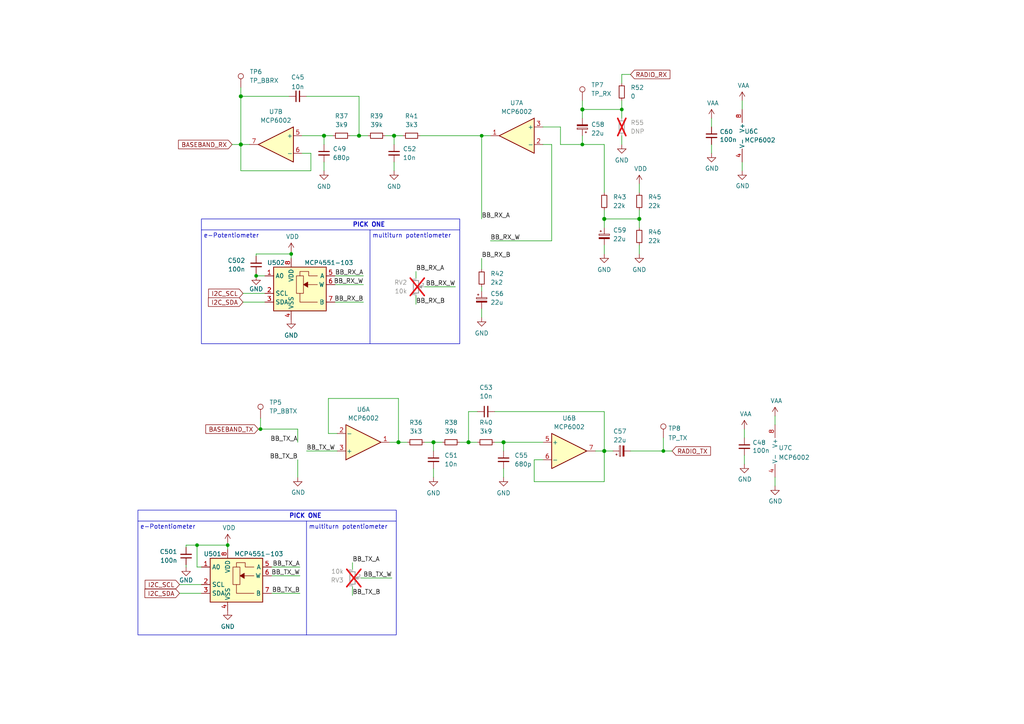
<source format=kicad_sch>
(kicad_sch (version 20230121) (generator eeschema)
  (paper "A4")
  (title_block (title "Module17") (date "2023-12-06") (rev "Rev 0.99") (company "M17Project") (comment 1 "Morgan ON4MOD") (comment 2 "Mathis - DB9MAT") (comment 3 "Wojciech - SP5WWP"))
  (lib_symbols
    (symbol "Amplifier_Operational:MCP602" (pin_names (offset 0.127))
      (property "Reference" "U" (at 0 5.08 0))
      (property "Value" "MCP602" (at 0 -5.08 0))
      (symbol "MCP602_1_1"
        (polyline (pts (xy -5.08 5.08) (xy 5.08 0) (xy -5.08 -5.08) (xy -5.08 5.08)) (stroke (width 0.254)) (fill (type background)))
        (pin output line (at 7.62 0 180) (length 2.54) (name "~") (number "1"))
        (pin input line (at -7.62 -2.54 0) (length 2.54) (name "-") (number "2"))
        (pin input line (at -7.62 2.54 0) (length 2.54) (name "+") (number "3"))
      )
      (symbol "MCP602_2_1"
        (polyline (pts (xy -5.08 5.08) (xy 5.08 0) (xy -5.08 -5.08) (xy -5.08 5.08)) (stroke (width 0.254)) (fill (type background)))
        (pin input line (at -7.62 2.54 0) (length 2.54) (name "+") (number "5"))
        (pin input line (at -7.62 -2.54 0) (length 2.54) (name "-") (number "6"))
        (pin output line (at 7.62 0 180) (length 2.54) (name "~") (number "7"))
      )
      (symbol "MCP602_3_1"
        (pin power_in line (at -2.54 -7.62 90) (length 3.81) (name "V-") (number "4"))
        (pin power_in line (at -2.54 7.62 270) (length 3.81) (name "V+") (number "8"))
      )
    )
    (symbol "Connector:TestPoint" (pin_numbers hide) (pin_names (offset 0.762) hide)
      (property "Reference" "TP" (at 0 6.858 0))
      (property "Value" "TestPoint" (at 0 5.08 0))
      (symbol "TestPoint_0_1"
        (circle (center 0 3.302) (radius 0.762))
      )
      (symbol "TestPoint_1_1"
        (pin passive line (at 0 0 90) (length 2.54) (name "1") (number "1"))
      )
    )
    (symbol "Device:C_Polarized_Small" (pin_numbers hide) (pin_names (offset 0.254) hide)
      (property "Reference" "C" (at 0.254 1.778 0))
      (property "Value" "C_Polarized_Small" (at 0.254 -2.032 0))
      (symbol "C_Polarized_Small_0_1"
        (rectangle (start -1.524 -0.3048) (end 1.524 -0.6858) (fill (type outline)))
        (rectangle (start -1.524 0.6858) (end 1.524 0.3048))
        (polyline (pts (xy -1.27 1.524) (xy -0.762 1.524)))
        (polyline (pts (xy -1.016 1.27) (xy -1.016 1.778)))
      )
      (symbol "C_Polarized_Small_1_1"
        (pin passive line (at 0 2.54 270) (length 1.8542) (name "~") (number "1"))
        (pin passive line (at 0 -2.54 90) (length 1.8542) (name "~") (number "2"))
      )
    )
    (symbol "Device:C_Small" (pin_numbers hide) (pin_names (offset 0.254) hide)
      (property "Reference" "C" (at 0.254 1.778 0))
      (property "Value" "C_Small" (at 0.254 -2.032 0))
      (symbol "C_Small_0_1"
        (polyline (pts (xy -1.524 -0.508) (xy 1.524 -0.508)) (stroke (width 0.3302)))
        (polyline (pts (xy -1.524 0.508) (xy 1.524 0.508)) (stroke (width 0.3048)))
      )
      (symbol "C_Small_1_1"
        (pin passive line (at 0 2.54 270) (length 2.032) (name "~") (number "1"))
        (pin passive line (at 0 -2.54 90) (length 2.032) (name "~") (number "2"))
      )
    )
    (symbol "Device:R_Potentiometer_Small" (pin_names (offset 1.016) hide)
      (property "Reference" "RV" (at -4.445 0 90))
      (property "Value" "R_Potentiometer_Small" (at -2.54 0 90))
      (symbol "R_Potentiometer_Small_0_1"
        (polyline (pts (xy 0.889 0) (xy 0.635 0) (xy 1.651 0.381) (xy 1.651 -0.381) (xy 0.635 0) (xy 0.889 0)) (fill (type outline)))
        (rectangle (start 0.762 1.8034) (end -0.762 -1.8034) (stroke (width 0.254)))
      )
      (symbol "R_Potentiometer_Small_1_1"
        (pin passive line (at 0 2.54 270) (length 0.635) (name "1") (number "1"))
        (pin passive line (at 2.54 0 180) (length 0.9906) (name "2") (number "2"))
        (pin passive line (at 0 -2.54 90) (length 0.635) (name "3") (number "3"))
      )
    )
    (symbol "Device:R_Small" (pin_numbers hide) (pin_names (offset 0.254) hide)
      (property "Reference" "R" (at 0.762 0.508 0))
      (property "Value" "R_Small" (at 0.762 -1.016 0))
      (symbol "R_Small_0_1"
        (rectangle (start -0.762 1.778) (end 0.762 -1.778) (stroke (width 0.2032)))
      )
      (symbol "R_Small_1_1"
        (pin passive line (at 0 2.54 270) (length 0.762) (name "~") (number "1"))
        (pin passive line (at 0 -2.54 90) (length 0.762) (name "~") (number "2"))
      )
    )
    (symbol "M17_misc_active:MCP455x"
      (property "Reference" "U" (at 0 1.27 0))
      (property "Value" "MCP455x" (at 8.89 1.27 0))
      (symbol "MCP455x_0_1"
        (polyline (pts (xy 7.62 -7.62) (xy 7.62 -10.16) (xy 12.7 -10.16)))
        (polyline (pts (xy 12.7 -5.08) (xy 11.43 -5.08) (xy 8.89 -5.08)))
        (polyline (pts (xy 12.7 -2.54) (xy 10.16 -2.54) (xy 10.16 -1.27) (xy 7.62 -1.27) (xy 7.62 -2.54)))
      )
      (symbol "MCP455x_1_1"
        (polyline (pts (xy 9.906 -5.842) (xy 9.906 -4.318) (xy 8.636 -5.08) (xy 9.906 -5.842)) (fill (type outline)))
        (rectangle (start 0 0) (end 15.24 -12.7) (stroke (width 0.254)) (fill (type background)))
        (rectangle (start 8.636 -7.62) (end 6.604 -2.54))
        (pin input line (at -2.54 -2.54 0) (length 2.54) (name "A0") (number "1"))
        (pin input line (at -2.54 -7.62 0) (length 2.54) (name "SCL") (number "2"))
        (pin input line (at -2.54 -10.16 0) (length 2.54) (name "SDA") (number "3"))
        (pin power_in line (at 5.08 -15.24 90) (length 2.54) (name "VSS") (number "4"))
        (pin passive line (at 17.78 -2.54 180) (length 2.54) (name "A") (number "5"))
        (pin passive line (at 17.78 -5.08 180) (length 2.54) (name "W") (number "6"))
        (pin passive line (at 17.78 -10.16 180) (length 2.54) (name "B") (number "7"))
        (pin power_in line (at 5.08 2.54 270) (length 2.54) (name "VDD") (number "8"))
      )
    )
    (symbol "power:GND" (power) (pin_names (offset 0))
      (property "Value" "GND" (at 0 -3.81 0))
      (symbol "GND_0_1"
        (polyline (pts (xy 0 0) (xy 0 -1.27) (xy 1.27 -1.27) (xy 0 -2.54) (xy -1.27 -1.27) (xy 0 -1.27)))
      )
      (symbol "GND_1_1"
        (pin power_in line (at 0 0 270) (length 0) hide (name "GND") (number "1"))
      )
    )
    (symbol "power:VAA" (power) (pin_names (offset 0))
      (property "Value" "VAA" (at 0 3.81 0))
      (symbol "VAA_0_1"
        (polyline (pts (xy -0.762 1.27) (xy 0 2.54)))
        (polyline (pts (xy 0 0) (xy 0 2.54)))
        (polyline (pts (xy 0 2.54) (xy 0.762 1.27)))
      )
      (symbol "VAA_1_1"
        (pin power_in line (at 0 0 90) (length 0) hide (name "VAA") (number "1"))
      )
    )
    (symbol "power:VDD" (power) (pin_names (offset 0))
      (property "Value" "VDD" (at 0 3.81 0))
      (symbol "VDD_0_1"
        (polyline (pts (xy -0.762 1.27) (xy 0 2.54)))
        (polyline (pts (xy 0 0) (xy 0 2.54)))
        (polyline (pts (xy 0 2.54) (xy 0.762 1.27)))
      )
      (symbol "VDD_1_1"
        (pin power_in line (at 0 0 90) (length 0) hide (name "VDD") (number "1"))
      )
    )
  )
  (junction (at 115.57 128.27) (diameter 1.016))
  (junction (at 175.26 130.81) (diameter 1.016))
  (junction (at 57.15 158.115))
  (junction (at 192.405 130.81))
  (junction (at 168.91 41.91))
  (junction (at 168.91 31.75) (diameter 1.016))
  (junction (at 69.85 27.94) (diameter 1.016))
  (junction (at 125.73 128.27) (diameter 1.016))
  (junction (at 93.98 39.37) (diameter 1.016))
  (junction (at 180.34 31.75))
  (junction (at 175.26 63.5) (diameter 1.016))
  (junction (at 74.295 80.01))
  (junction (at 139.7 39.37))
  (junction (at 75.565 124.46))
  (junction (at 146.05 128.27) (diameter 1.016))
  (junction (at 114.3 39.37) (diameter 1.016))
  (junction (at 185.42 63.5) (diameter 1.016))
  (junction (at 84.455 73.66))
  (junction (at 135.89 128.27) (diameter 1.016))
  (junction (at 66.04 158.115))
  (junction (at 104.14 39.37) (diameter 1.016))
  (junction (at 69.85 41.91) (diameter 1.016))
  (wire (pts (xy 180.34 39.37) (xy 180.34 41.91)))
  (wire (pts (xy 185.42 60.96) (xy 185.42 63.5)))
  (wire (pts (xy 175.26 71.12) (xy 175.26 73.66)))
  (wire (pts (xy 66.04 158.115) (xy 66.04 159.385)))
  (wire (pts (xy 182.88 130.81) (xy 192.405 130.81)))
  (wire (pts (xy 175.26 119.38) (xy 175.26 130.81)))
  (wire (pts (xy 74.295 80.01) (xy 76.835 80.01)))
  (wire (pts (xy 70.485 85.09) (xy 76.835 85.09)))
  (wire (pts (xy 168.91 31.75) (xy 180.34 31.75)))
  (wire (pts (xy 67.31 41.91) (xy 69.85 41.91)))
  (wire (pts (xy 53.975 158.115) (xy 53.975 158.75)))
  (wire (pts (xy 146.05 135.89) (xy 146.05 138.43)))
  (wire (pts (xy 101.6 39.37) (xy 104.14 39.37)))
  (wire (pts (xy 93.98 39.37) (xy 93.98 41.91)))
  (wire (pts (xy 157.48 36.83) (xy 162.56 36.83)))
  (wire (pts (xy 224.79 138.43) (xy 224.79 140.97)))
  (wire (pts (xy 93.98 39.37) (xy 96.52 39.37)))
  (wire (pts (xy 142.24 69.85) (xy 160.02 69.85)))
  (wire (pts (xy 139.7 39.37) (xy 139.7 63.5)))
  (wire (pts (xy 84.455 73.66) (xy 84.455 74.93)))
  (wire (pts (xy 75.565 124.46) (xy 75.565 121.285)))
  (wire (pts (xy 74.295 73.66) (xy 84.455 73.66)))
  (wire (pts (xy 175.26 63.5) (xy 185.42 63.5)))
  (wire (pts (xy 90.17 44.45) (xy 87.63 44.45)))
  (wire (pts (xy 133.35 128.27) (xy 135.89 128.27)))
  (wire (pts (xy 87.63 39.37) (xy 93.98 39.37)))
  (wire (pts (xy 215.9 132.08) (xy 215.9 134.62)))
  (wire (pts (xy 53.975 163.83) (xy 53.975 164.465)))
  (wire (pts (xy 224.79 120.65) (xy 224.79 123.19)))
  (wire (pts (xy 168.91 29.21) (xy 168.91 31.75)))
  (wire (pts (xy 102.235 172.72) (xy 102.235 170.18)))
  (wire (pts (xy 143.51 128.27) (xy 146.05 128.27)))
  (wire (pts (xy 78.74 164.465) (xy 86.995 164.465)))
  (wire (pts (xy 74.295 73.66) (xy 74.295 74.295)))
  (wire (pts (xy 66.04 157.48) (xy 66.04 158.115)))
  (wire (pts (xy 120.65 78.74) (xy 120.65 80.645)))
  (wire (pts (xy 70.485 87.63) (xy 76.835 87.63)))
  (wire (pts (xy 143.51 119.38) (xy 175.26 119.38)))
  (wire (pts (xy 74.93 124.46) (xy 75.565 124.46)))
  (polyline (pts (xy 58.42 66.675) (xy 133.35 66.675)))
  (wire (pts (xy 97.155 87.63) (xy 105.41 87.63)))
  (wire (pts (xy 175.26 139.7) (xy 175.26 130.81)))
  (wire (pts (xy 185.42 71.12) (xy 185.42 73.66)))
  (wire (pts (xy 125.73 135.89) (xy 125.73 138.43)))
  (wire (pts (xy 102.235 163.195) (xy 102.235 165.1)))
  (wire (pts (xy 206.375 34.29) (xy 206.375 36.83)))
  (wire (pts (xy 57.15 158.115) (xy 57.15 164.465)))
  (polyline (pts (xy 40.005 151.13) (xy 114.935 151.13)))
  (wire (pts (xy 162.56 36.83) (xy 162.56 41.91)))
  (wire (pts (xy 88.9 27.94) (xy 104.14 27.94)))
  (wire (pts (xy 121.92 39.37) (xy 139.7 39.37)))
  (wire (pts (xy 175.26 63.5) (xy 175.26 66.04)))
  (polyline (pts (xy 107.315 66.675) (xy 107.315 99.695)))
  (wire (pts (xy 115.57 115.57) (xy 115.57 128.27)))
  (wire (pts (xy 74.295 79.375) (xy 74.295 80.01)))
  (wire (pts (xy 104.14 39.37) (xy 106.68 39.37)))
  (wire (pts (xy 114.3 39.37) (xy 116.84 39.37)))
  (wire (pts (xy 135.89 128.27) (xy 135.89 119.38)))
  (wire (pts (xy 69.85 49.53) (xy 90.17 49.53)))
  (wire (pts (xy 95.25 115.57) (xy 115.57 115.57)))
  (wire (pts (xy 95.25 125.73) (xy 95.25 115.57)))
  (wire (pts (xy 113.665 167.64) (xy 104.775 167.64)))
  (wire (pts (xy 175.26 130.81) (xy 172.72 130.81)))
  (wire (pts (xy 104.14 27.94) (xy 104.14 39.37)))
  (wire (pts (xy 185.42 53.34) (xy 185.42 55.88)))
  (wire (pts (xy 175.26 41.91) (xy 175.26 55.88)))
  (wire (pts (xy 180.34 29.21) (xy 180.34 31.75)))
  (wire (pts (xy 78.74 167.005) (xy 86.995 167.005)))
  (wire (pts (xy 168.91 41.91) (xy 168.91 39.37)))
  (wire (pts (xy 206.375 41.91) (xy 206.375 44.45)))
  (wire (pts (xy 139.7 39.37) (xy 142.24 39.37)))
  (wire (pts (xy 97.155 80.01) (xy 105.41 80.01)))
  (wire (pts (xy 135.89 119.38) (xy 138.43 119.38)))
  (wire (pts (xy 175.26 41.91) (xy 168.91 41.91)))
  (wire (pts (xy 175.26 60.96) (xy 175.26 63.5)))
  (wire (pts (xy 86.36 133.35) (xy 86.36 138.43)))
  (wire (pts (xy 125.73 128.27) (xy 125.73 130.81)))
  (wire (pts (xy 132.08 83.185) (xy 123.19 83.185)))
  (wire (pts (xy 84.455 73.025) (xy 84.455 73.66)))
  (wire (pts (xy 192.405 130.81) (xy 194.945 130.81)))
  (wire (pts (xy 114.3 46.99) (xy 114.3 49.53)))
  (wire (pts (xy 160.02 41.91) (xy 157.48 41.91)))
  (wire (pts (xy 97.155 82.55) (xy 105.41 82.55)))
  (wire (pts (xy 160.02 41.91) (xy 160.02 69.85)))
  (wire (pts (xy 168.91 34.29) (xy 168.91 31.75)))
  (wire (pts (xy 125.73 128.27) (xy 128.27 128.27)))
  (wire (pts (xy 90.17 49.53) (xy 90.17 44.45)))
  (wire (pts (xy 97.79 125.73) (xy 95.25 125.73)))
  (wire (pts (xy 88.9 130.81) (xy 97.79 130.81)))
  (wire (pts (xy 86.36 128.27) (xy 86.36 124.46)))
  (wire (pts (xy 57.15 164.465) (xy 58.42 164.465)))
  (wire (pts (xy 93.98 46.99) (xy 93.98 49.53)))
  (wire (pts (xy 115.57 128.27) (xy 118.11 128.27)))
  (wire (pts (xy 215.265 29.21) (xy 215.265 31.75)))
  (wire (pts (xy 175.26 130.81) (xy 177.8 130.81)))
  (wire (pts (xy 57.15 158.115) (xy 66.04 158.115)))
  (wire (pts (xy 154.94 133.35) (xy 154.94 139.7)))
  (wire (pts (xy 182.88 21.59) (xy 180.34 21.59)))
  (wire (pts (xy 69.85 41.91) (xy 69.85 49.53)))
  (wire (pts (xy 114.3 39.37) (xy 114.3 41.91)))
  (wire (pts (xy 215.265 49.53) (xy 215.265 46.99)))
  (wire (pts (xy 75.565 124.46) (xy 86.36 124.46)))
  (wire (pts (xy 192.405 127) (xy 192.405 130.81)))
  (wire (pts (xy 146.05 128.27) (xy 157.48 128.27)))
  (wire (pts (xy 78.74 172.085) (xy 86.995 172.085)))
  (wire (pts (xy 53.975 158.115) (xy 57.15 158.115)))
  (polyline (pts (xy 88.9 151.13) (xy 88.9 184.15)))
  (wire (pts (xy 52.07 169.545) (xy 58.42 169.545)))
  (wire (pts (xy 154.94 139.7) (xy 175.26 139.7)))
  (wire (pts (xy 123.19 128.27) (xy 125.73 128.27)))
  (wire (pts (xy 146.05 128.27) (xy 146.05 130.81)))
  (wire (pts (xy 115.57 128.27) (xy 113.03 128.27)))
  (wire (pts (xy 157.48 133.35) (xy 154.94 133.35)))
  (wire (pts (xy 69.85 27.94) (xy 83.82 27.94)))
  (wire (pts (xy 180.34 21.59) (xy 180.34 24.13)))
  (wire (pts (xy 69.85 41.91) (xy 69.85 27.94)))
  (wire (pts (xy 185.42 63.5) (xy 185.42 66.04)))
  (wire (pts (xy 139.7 74.93) (xy 139.7 78.105)))
  (wire (pts (xy 69.85 41.91) (xy 72.39 41.91)))
  (wire (pts (xy 52.07 172.085) (xy 58.42 172.085)))
  (wire (pts (xy 139.7 83.185) (xy 139.7 84.455)))
  (wire (pts (xy 139.7 89.535) (xy 139.7 92.075)))
  (wire (pts (xy 69.85 25.4) (xy 69.85 27.94)))
  (wire (pts (xy 120.65 88.265) (xy 120.65 85.725)))
  (wire (pts (xy 162.56 41.91) (xy 168.91 41.91)))
  (wire (pts (xy 215.9 124.46) (xy 215.9 127)))
  (wire (pts (xy 111.76 39.37) (xy 114.3 39.37)))
  (wire (pts (xy 135.89 128.27) (xy 138.43 128.27)))
  (wire (pts (xy 180.34 31.75) (xy 180.34 34.29)))
  (rectangle (start 58.42 63.5) (end 133.35 99.695))
  (rectangle (start 40.005 147.955) (end 114.935 184.15))
  (text "e-Potentiometer\n" (at 59.055 69.215 0) (effects (font (size 1.27 1.27)) (justify left bottom)))
  (text "PICK ONE" (at 102.235 66.04 0) (effects (font (size 1.27 1.27) (thickness 0.254) bold) (justify left bottom)))
  (text "PICK ONE" (at 83.82 150.495 0) (effects (font (size 1.27 1.27) (thickness 0.254) bold) (justify left bottom)))
  (text "multiturn potentiometer" (at 107.95 69.215 0) (effects (font (size 1.27 1.27)) (justify left bottom)))
  (text "e-Potentiometer\n" (at 40.64 153.67 0) (effects (font (size 1.27 1.27)) (justify left bottom)))
  (text "multiturn potentiometer" (at 89.535 153.67 0) (effects (font (size 1.27 1.27)) (justify left bottom)))
  (label "BB_TX_W" (at 88.9 130.81 0))
  (label "BB_TX_W" (at 86.995 167.005 180))
  (label "BB_RX_B" (at 120.65 88.265 0))
  (label "BB_RX_W" (at 105.41 82.55 180))
  (label "BB_TX_A" (at 86.995 164.465 180))
  (label "BB_RX_A" (at 105.41 80.01 180))
  (label "BB_RX_W" (at 142.24 69.85 0))
  (label "BB_TX_A" (at 102.235 163.195 0))
  (label "BB_TX_B" (at 86.36 133.35 180))
  (label "BB_RX_W" (at 132.08 83.185 180))
  (label "BB_TX_B" (at 102.235 172.72 0))
  (label "BB_TX_B" (at 86.995 172.085 180))
  (label "BB_RX_B" (at 105.41 87.63 180))
  (label "BB_RX_A" (at 120.65 78.74 0))
  (label "BB_RX_B" (at 139.7 74.93 0))
  (label "BB_TX_A" (at 86.36 128.27 180))
  (label "BB_TX_W" (at 113.665 167.64 180))
  (label "BB_RX_A" (at 139.7 63.5 0))
  (global_label "I2C_SCL" (shape input) (at 70.485 85.09 180) (property "Intersheetrefs" "${INTERSHEET_REFS}" (effects hide)))
  (global_label "I2C_SDA" (shape input) (at 70.485 87.63 180) (property "Intersheetrefs" "${INTERSHEET_REFS}" (effects hide)))
  (global_label "RADIO_RX" (shape input) (at 182.88 21.59 0) (property "Intersheetrefs" "${INTERSHEET_REFS}" (effects hide)))
  (global_label "BASEBAND_RX" (shape input) (at 67.31 41.91 180) (property "Intersheetrefs" "${INTERSHEET_REFS}" (effects hide)))
  (global_label "I2C_SDA" (shape input) (at 52.07 172.085 180) (property "Intersheetrefs" "${INTERSHEET_REFS}" (effects hide)))
  (global_label "I2C_SCL" (shape input) (at 52.07 169.545 180) (property "Intersheetrefs" "${INTERSHEET_REFS}" (effects hide)))
  (global_label "RADIO_TX" (shape input) (at 194.945 130.81 0) (property "Intersheetrefs" "${INTERSHEET_REFS}" (effects hide)))
  (global_label "BASEBAND_TX" (shape input) (at 74.93 124.46 180) (property "Intersheetrefs" "${INTERSHEET_REFS}" (effects hide)))
  (symbol (lib_id "Device:R_Small") (at 180.34 36.83 0) (unit 1) (dnp yes)
    (property "Reference" "R55" (at 182.88 35.56 0) (effects (justify left)))
    (property "Value" "DNP" (at 182.88 38.1 0) (effects (justify left)))
    (property "Footprint" "Resistor_SMD:R_0603_1608Metric" (effects hide))
    (instances (project "M17-SmartMic" (path "" (reference "R55") (unit 1)) (path "" (reference "R510") (unit 1))))
  )
  (symbol (lib_id "Device:C_Polarized_Small") (at 139.7 86.995 0) (unit 1)
    (property "Reference" "C56" (at 142.24 85.1789 0) (effects (justify left)))
    (property "Value" "22u" (at 142.24 87.7189 0) (effects (justify left)))
    (property "Footprint" "Capacitor_Tantalum_SMD:CP_EIA-3216-18_Kemet-A" (effects hide))
    (property "MPN" "T491A226K006AT" (effects hide))
    (property "LCSC Part #" "C118989" (effects hide))
    (instances (project "M17-SmartMic" (path "" (reference "C56") (unit 1)) (path "" (reference "C507") (unit 1))))
  )
  (symbol (lib_id "power:GND") (at 139.7 92.075 0) (unit 1)
    (property "Reference" "#PWR0110" (effects hide))
    (property "Value" "GND" (at 139.7 96.6376 0))
    (instances (project "M17-SmartMic" (path "" (reference "#PWR0110") (unit 1)) (path "" (reference "#PWR0511") (unit 1))))
  )
  (symbol (lib_id "power:GND") (at 180.34 41.91 0) (unit 1)
    (property "Reference" "#PWR0153" (effects hide))
    (property "Value" "GND" (at 180.34 46.4726 0))
    (instances (project "M17-SmartMic" (path "" (reference "#PWR0153") (unit 1)) (path "" (reference "#PWR0514") (unit 1))))
  )
  (symbol (lib_id "Amplifier_Operational:MCP602") (at 105.41 128.27 0) (mirror x) (unit 1)
    (property "Reference" "U6" (at 105.41 118.745 0))
    (property "Value" "MCP6002" (at 105.41 121.285 0))
    (property "Footprint" "Package_SO:SOIC-8_3.9x4.9mm_P1.27mm" (effects hide))
    (property "Datasheet" "http://ww1.microchip.com/downloads/en/DeviceDoc/21314g.pdf" (effects hide))
    (property "MPN" "MCP6002-I/SN" (effects hide))
    (property "LCSC Part #" "C116706" (effects hide))
    (instances (project "M17-SmartMic" (path "" (reference "U6") (unit 1)) (path "" (reference "U504") (unit 1))))
  )
  (symbol (lib_id "Connector:TestPoint") (at 69.85 25.4 0) (unit 1) (in_bom no)
    (property "Reference" "TP6" (at 72.39 20.828 0) (effects (justify left)))
    (property "Value" "TP_BBRX" (at 72.39 23.368 0) (effects (justify left)))
    (property "Footprint" "TestPoint:TestPoint_Pad_D1.0mm" (effects hide))
    (instances (project "M17-SmartMic" (path "" (reference "TP6") (unit 1)) (path "" (reference "TP501") (unit 1))))
  )
  (symbol (lib_id "power:VDD") (at 185.42 53.34 0) (unit 1)
    (property "Reference" "#PWR0121" (effects hide))
    (property "Value" "VDD" (at 185.801 48.9458 0))
    (instances (project "M17-SmartMic" (path "" (reference "#PWR0121") (unit 1)) (path "" (reference "#PWR0515") (unit 1))))
  )
  (symbol (lib_id "power:VDD") (at 66.04 157.48 0) (unit 1)
    (property "Reference" "#PWR0121" (effects hide))
    (property "Value" "VDD" (at 66.421 153.0858 0))
    (instances (project "M17-SmartMic" (path "" (reference "#PWR0121") (unit 1)) (path "" (reference "#PWR0502") (unit 1))))
  )
  (symbol (lib_id "power:VAA") (at 215.265 29.21 0) (unit 1)
    (property "Reference" "#PWR0119" (effects hide))
    (property "Value" "VAA" (at 215.646 24.8158 0))
    (instances (project "M17-SmartMic" (path "" (reference "#PWR0119") (unit 1)) (path "" (reference "#PWR0519") (unit 1))))
  )
  (symbol (lib_id "power:GND") (at 66.04 177.165 0) (unit 1)
    (property "Reference" "#PWR0110" (effects hide))
    (property "Value" "GND" (at 66.04 181.7276 0))
    (instances (project "M17-SmartMic" (path "" (reference "#PWR0110") (unit 1)) (path "" (reference "#PWR0503") (unit 1))))
  )
  (symbol (lib_id "Device:R_Small") (at 185.42 68.58 0) (unit 1)
    (property "Reference" "R46" (at 187.96 67.31 0) (effects (justify left)))
    (property "Value" "22k" (at 187.96 69.85 0) (effects (justify left)))
    (property "Footprint" "Resistor_SMD:R_0603_1608Metric" (effects hide))
    (property "MPN" "Generic R/22k/0603" (effects hide))
    (instances (project "M17-SmartMic" (path "" (reference "R46") (unit 1)) (path "" (reference "R512") (unit 1))))
  )
  (symbol (lib_id "Connector:TestPoint") (at 168.91 29.21 0) (unit 1) (in_bom no)
    (property "Reference" "TP7" (at 171.45 24.638 0) (effects (justify left)))
    (property "Value" "TP_RX" (at 171.45 27.178 0) (effects (justify left)))
    (property "Footprint" "TestPoint:TestPoint_Pad_D1.0mm" (effects hide))
    (instances (project "M17-SmartMic" (path "" (reference "TP7") (unit 1)) (path "" (reference "TP503") (unit 1))))
  )
  (symbol (lib_id "Connector:TestPoint") (at 192.405 127 0) (unit 1) (in_bom no)
    (property "Reference" "TP8" (at 193.8021 124.25 0) (effects (justify left)))
    (property "Value" "TP_TX" (at 193.8021 127.0251 0) (effects (justify left)))
    (property "Footprint" "TestPoint:TestPoint_Pad_D1.0mm" (effects hide))
    (instances (project "M17-SmartMic" (path "" (reference "TP8") (unit 1)) (path "" (reference "TP504") (unit 1))))
  )
  (symbol (lib_id "Device:C_Small") (at 206.375 39.37 0) (unit 1)
    (property "Reference" "C60" (at 208.7118 38.2016 0) (effects (justify left)))
    (property "Value" "100n" (at 208.7118 40.513 0) (effects (justify left)))
    (property "Footprint" "Capacitor_SMD:C_0603_1608Metric" (effects hide))
    (property "MPN" "Generic C/100nF/C0G/25V/0603" (effects hide))
    (instances (project "M17-SmartMic" (path "" (reference "C60") (unit 1)) (path "" (reference "C513") (unit 1))))
  )
  (symbol (lib_id "Device:C_Small") (at 146.05 133.35 0) (unit 1)
    (property "Reference" "C55" (at 149.225 132.0863 0) (effects (justify left)))
    (property "Value" "680p" (at 149.225 134.6263 0) (effects (justify left)))
    (property "Footprint" "Capacitor_SMD:C_0603_1608Metric" (effects hide))
    (property "MPN" "Generic C/680pF/C0G/25V/0603" (effects hide))
    (instances (project "M17-SmartMic" (path "" (reference "C55") (unit 1)) (path "" (reference "C509") (unit 1))))
  )
  (symbol (lib_id "Device:C_Polarized_Small") (at 180.34 130.81 90) (unit 1)
    (property "Reference" "C57" (at 179.7939 125.095 90))
    (property "Value" "22u" (at 179.7939 127.635 90))
    (property "Footprint" "Capacitor_Tantalum_SMD:CP_EIA-3216-18_Kemet-A" (effects hide))
    (property "MPN" "T491A226K006AT" (effects hide))
    (property "LCSC Part #" "C118989" (effects hide))
    (instances (project "M17-SmartMic" (path "" (reference "C57") (unit 1)) (path "" (reference "C512") (unit 1))))
  )
  (symbol (lib_id "power:GND") (at 114.3 49.53 0) (unit 1)
    (property "Reference" "#PWR0100" (effects hide))
    (property "Value" "GND" (at 114.3 54.0926 0))
    (instances (project "M17-SmartMic" (path "" (reference "#PWR0100") (unit 1)) (path "" (reference "#PWR0509") (unit 1))))
  )
  (symbol (lib_id "Device:R_Potentiometer_Small") (at 120.65 83.185 0) (unit 1) (dnp yes)
    (property "Reference" "RV2" (at 118.11 81.915 0) (effects (justify right)))
    (property "Value" "10k" (at 118.11 84.455 0) (effects (justify right)))
    (property "Footprint" "Potentiometer_SMD:Potentiometer_Bourns_3224J_Horizontal" (effects hide))
    (property "MPN" "3224W-1-103E" (effects hide))
    (property "LCSC Part #" "C81348" (effects hide))
    (instances (project "M17-SmartMic" (path "" (reference "RV2") (unit 1)) (path "" (reference "RV502") (unit 1))))
  )
  (symbol (lib_id "power:GND") (at 53.975 164.465 0) (mirror y) (unit 1)
    (property "Reference" "#PWR0110" (effects hide))
    (property "Value" "GND" (at 53.975 168.275 0))
    (instances (project "M17-SmartMic" (path "" (reference "#PWR0110") (unit 1)) (path "" (reference "#PWR0501") (unit 1))))
  )
  (symbol (lib_id "Connector:TestPoint") (at 75.565 121.285 0) (unit 1) (in_bom no)
    (property "Reference" "TP5" (at 78.105 116.713 0) (effects (justify left)))
    (property "Value" "TP_BBTX" (at 78.105 119.253 0) (effects (justify left)))
    (property "Footprint" "TestPoint:TestPoint_Pad_D1.0mm" (effects hide))
    (instances (project "M17-SmartMic" (path "" (reference "TP5") (unit 1)) (path "" (reference "TP502") (unit 1))))
  )
  (symbol (lib_id "M17_misc_active:MCP455x") (at 60.96 161.925 0) (unit 1)
    (property "Reference" "U501" (at 59.055 160.655 0) (effects (justify left)))
    (property "Value" "MCP4551-103" (at 67.945 160.655 0) (effects (justify left)))
    (property "Footprint" "Package_SO:MSOP-8_3x3mm_P0.65mm" (effects hide))
    (property "Datasheet" "https://ww1.microchip.com/downloads/aemDocuments/documents/OTH/ProductDocuments/DataSheets/22096b.pdf" (effects hide))
    (property "MPN" "MCP4551-103E/MS" (effects hide))
    (property "LCSC Part #" "C636116" (effects hide))
  )
  (symbol (lib_id "Device:C_Small") (at 93.98 44.45 0) (unit 1)
    (property "Reference" "C49" (at 96.52 43.1863 0) (effects (justify left)))
    (property "Value" "680p" (at 96.52 45.7263 0) (effects (justify left)))
    (property "Footprint" "Capacitor_SMD:C_0603_1608Metric" (effects hide))
    (property "MPN" "Generic C/680pF/C0G/25V/0603" (effects hide))
    (instances (project "M17-SmartMic" (path "" (reference "C49") (unit 1)) (path "" (reference "C504") (unit 1))))
  )
  (symbol (lib_id "Device:R_Small") (at 175.26 58.42 0) (unit 1)
    (property "Reference" "R43" (at 177.8 57.15 0) (effects (justify left)))
    (property "Value" "22k" (at 177.8 59.69 0) (effects (justify left)))
    (property "Footprint" "Resistor_SMD:R_0603_1608Metric" (effects hide))
    (property "MPN" "Generic R/22k/0603" (effects hide))
    (instances (project "M17-SmartMic" (path "" (reference "R43") (unit 1)) (path "" (reference "R508") (unit 1))))
  )
  (symbol (lib_id "Device:R_Small") (at 99.06 39.37 90) (unit 1)
    (property "Reference" "R37" (at 99.06 33.655 90))
    (property "Value" "3k9" (at 99.06 36.195 90))
    (property "Footprint" "Resistor_SMD:R_0603_1608Metric" (effects hide))
    (property "MPN" "Generic R/3k9/0603" (effects hide))
    (instances (project "M17-SmartMic" (path "" (reference "R37") (unit 1)) (path "" (reference "R501") (unit 1))))
  )
  (symbol (lib_id "power:GND") (at 215.9 134.62 0) (unit 1)
    (property "Reference" "#PWR0103" (effects hide))
    (property "Value" "GND" (at 216.027 139.0142 0))
    (instances (project "M17-SmartMic" (path "" (reference "#PWR0103") (unit 1)) (path "" (reference "#PWR0522") (unit 1))))
  )
  (symbol (lib_id "power:VAA") (at 224.79 120.65 0) (unit 1)
    (property "Reference" "#PWR0105" (effects hide))
    (property "Value" "VAA" (at 225.171 116.2558 0))
    (instances (project "M17-SmartMic" (path "" (reference "#PWR0105") (unit 1)) (path "" (reference "#PWR0523") (unit 1))))
  )
  (symbol (lib_id "power:GND") (at 185.42 73.66 0) (unit 1)
    (property "Reference" "#PWR0122" (effects hide))
    (property "Value" "GND" (at 185.42 78.2226 0))
    (instances (project "M17-SmartMic" (path "" (reference "#PWR0122") (unit 1)) (path "" (reference "#PWR0516") (unit 1))))
  )
  (symbol (lib_id "power:VDD") (at 84.455 73.025 0) (unit 1)
    (property "Reference" "#PWR0121" (effects hide))
    (property "Value" "VDD" (at 84.836 68.6308 0))
    (instances (project "M17-SmartMic" (path "" (reference "#PWR0121") (unit 1)) (path "" (reference "#PWR0505") (unit 1))))
  )
  (symbol (lib_id "Device:R_Small") (at 185.42 58.42 0) (unit 1)
    (property "Reference" "R45" (at 187.96 57.15 0) (effects (justify left)))
    (property "Value" "22k" (at 187.96 59.69 0) (effects (justify left)))
    (property "Footprint" "Resistor_SMD:R_0603_1608Metric" (effects hide))
    (property "MPN" "Generic R/22k/0603" (effects hide))
    (instances (project "M17-SmartMic" (path "" (reference "R45") (unit 1)) (path "" (reference "R511") (unit 1))))
  )
  (symbol (lib_id "Device:R_Small") (at 119.38 39.37 90) (unit 1)
    (property "Reference" "R41" (at 119.38 33.655 90))
    (property "Value" "3k3" (at 119.38 36.195 90))
    (property "Footprint" "Resistor_SMD:R_0603_1608Metric" (effects hide))
    (property "MPN" "Generic R/3k3/0603" (effects hide))
    (instances (project "M17-SmartMic" (path "" (reference "R41") (unit 1)) (path "" (reference "R503") (unit 1))))
  )
  (symbol (lib_id "Device:C_Small") (at 53.975 161.29 0) (mirror x) (unit 1)
    (property "Reference" "C501" (at 51.435 160.0136 0) (effects (justify right)))
    (property "Value" "100n" (at 51.435 162.5536 0) (effects (justify right)))
    (property "Footprint" "Capacitor_SMD:C_0603_1608Metric" (effects hide))
    (property "MPN" "Generic C/100nF/C0G/25V/0603" (effects hide))
  )
  (symbol (lib_id "Amplifier_Operational:MCP602") (at 80.01 41.91 0) (mirror y) (unit 2)
    (property "Reference" "U7" (at 80.01 32.385 0))
    (property "Value" "MCP6002" (at 80.01 34.925 0))
    (property "Footprint" "Package_SO:SOIC-8_3.9x4.9mm_P1.27mm" (effects hide))
    (property "Datasheet" "http://ww1.microchip.com/downloads/en/DeviceDoc/21314g.pdf" (effects hide))
    (property "MPN" "MCP6002-I/SN" (effects hide))
    (property "LCSC Part #" "C116706" (effects hide))
    (instances (project "M17-SmartMic" (path "" (reference "U7") (unit 2)) (path "" (reference "U503") (unit 2))))
  )
  (symbol (lib_id "Device:C_Polarized_Small") (at 175.26 68.58 0) (unit 1)
    (property "Reference" "C59" (at 177.8 66.7639 0) (effects (justify left)))
    (property "Value" "22u" (at 177.8 69.3039 0) (effects (justify left)))
    (property "Footprint" "Capacitor_Tantalum_SMD:CP_EIA-3216-18_Kemet-A" (effects hide))
    (property "MPN" "T491A226K006AT" (effects hide))
    (property "LCSC Part #" "C118989" (effects hide))
    (instances (project "M17-SmartMic" (path "" (reference "C59") (unit 1)) (path "" (reference "C511") (unit 1))))
  )
  (symbol (lib_id "Amplifier_Operational:MCP602") (at 227.33 130.81 0) (unit 3)
    (property "Reference" "U7" (at 225.8061 129.9015 0) (effects (justify left)))
    (property "Value" "MCP6002" (at 225.8061 132.6766 0) (effects (justify left)))
    (property "Footprint" "Package_SO:SOIC-8_3.9x4.9mm_P1.27mm" (effects hide))
    (property "Datasheet" "http://ww1.microchip.com/downloads/en/DeviceDoc/21314g.pdf" (effects hide))
    (property "MPN" "MCP6002-I/SN" (effects hide))
    (property "LCSC Part #" "C116706" (effects hide))
    (instances (project "M17-SmartMic" (path "" (reference "U7") (unit 3)) (path "" (reference "U504") (unit 3))))
  )
  (symbol (lib_id "M17_misc_active:MCP455x") (at 79.375 77.47 0) (unit 1)
    (property "Reference" "U502" (at 77.47 76.2 0) (effects (justify left)))
    (property "Value" "MCP4551-103" (at 88.265 76.2 0) (effects (justify left)))
    (property "Footprint" "Package_SO:MSOP-8_3x3mm_P0.65mm" (effects hide))
    (property "Datasheet" "https://ww1.microchip.com/downloads/aemDocuments/documents/OTH/ProductDocuments/DataSheets/22096b.pdf" (effects hide))
    (property "MPN" "MCP4551-103E/MS" (effects hide))
    (property "LCSC Part #" "C636116" (effects hide))
  )
  (symbol (lib_id "Device:R_Small") (at 139.7 80.645 0) (unit 1)
    (property "Reference" "R42" (at 142.24 79.375 0) (effects (justify left)))
    (property "Value" "2k2" (at 142.24 81.915 0) (effects (justify left)))
    (property "Footprint" "Resistor_SMD:R_0603_1608Metric" (effects hide))
    (property "MPN" "Generic R/2k2/0603" (effects hide))
    (instances (project "M17-SmartMic" (path "" (reference "R42") (unit 1)) (path "" (reference "R506") (unit 1))))
  )
  (symbol (lib_id "power:GND") (at 86.36 138.43 0) (unit 1)
    (property "Reference" "#PWR084" (effects hide))
    (property "Value" "GND" (at 86.487 142.8242 0))
    (instances (project "M17-SmartMic" (path "" (reference "#PWR084") (unit 1)) (path "" (reference "#PWR0507") (unit 1))))
  )
  (symbol (lib_id "Device:R_Potentiometer_Small") (at 102.235 167.64 0) (mirror x) (unit 1) (dnp yes)
    (property "Reference" "RV3" (at 99.695 168.275 0) (effects (justify right)))
    (property "Value" "10k" (at 99.695 165.735 0) (effects (justify right)))
    (property "Footprint" "Potentiometer_SMD:Potentiometer_Bourns_3224J_Horizontal" (effects hide))
    (property "MPN" "3224W-1-103E" (effects hide))
    (property "LCSC Part #" "C81348" (effects hide))
    (instances (project "M17-SmartMic" (path "" (reference "RV3") (unit 1)) (path "" (reference "RV501") (unit 1))))
  )
  (symbol (lib_id "power:GND") (at 224.79 140.97 0) (unit 1)
    (property "Reference" "#PWR0106" (effects hide))
    (property "Value" "GND" (at 224.917 145.3642 0))
    (instances (project "M17-SmartMic" (path "" (reference "#PWR0106") (unit 1)) (path "" (reference "#PWR0524") (unit 1))))
  )
  (symbol (lib_id "Device:R_Small") (at 180.34 26.67 0) (unit 1)
    (property "Reference" "R52" (at 182.88 25.4 0) (effects (justify left)))
    (property "Value" "0" (at 182.88 27.94 0) (effects (justify left)))
    (property "Footprint" "Resistor_SMD:R_0603_1608Metric" (effects hide))
    (property "MPN" "Generic R/0R/0603" (effects hide))
    (instances (project "M17-SmartMic" (path "" (reference "R52") (unit 1)) (path "" (reference "R509") (unit 1))))
  )
  (symbol (lib_id "Device:C_Small") (at 114.3 44.45 0) (unit 1)
    (property "Reference" "C52" (at 116.84 43.1863 0) (effects (justify left)))
    (property "Value" "10n" (at 116.84 45.7263 0) (effects (justify left)))
    (property "Footprint" "Capacitor_SMD:C_0603_1608Metric" (effects hide))
    (property "MPN" "Generic C/10nF/C0G/25V/0603" (effects hide))
    (instances (project "M17-SmartMic" (path "" (reference "C52") (unit 1)) (path "" (reference "C505") (unit 1))))
  )
  (symbol (lib_id "power:GND") (at 175.26 73.66 0) (unit 1)
    (property "Reference" "#PWR0115" (effects hide))
    (property "Value" "GND" (at 175.26 78.2226 0))
    (instances (project "M17-SmartMic" (path "" (reference "#PWR0115") (unit 1)) (path "" (reference "#PWR0513") (unit 1))))
  )
  (symbol (lib_id "power:GND") (at 125.73 138.43 0) (unit 1)
    (property "Reference" "#PWR093" (effects hide))
    (property "Value" "GND" (at 125.73 142.9926 0))
    (instances (project "M17-SmartMic" (path "" (reference "#PWR093") (unit 1)) (path "" (reference "#PWR0510") (unit 1))))
  )
  (symbol (lib_id "Device:C_Small") (at 140.97 119.38 90) (unit 1)
    (property "Reference" "C53" (at 140.9763 112.395 90))
    (property "Value" "10n" (at 140.9763 114.935 90))
    (property "Footprint" "Capacitor_SMD:C_0603_1608Metric" (effects hide))
    (property "MPN" "Generic C/10nF/C0G/25V/0603" (effects hide))
    (instances (project "M17-SmartMic" (path "" (reference "C53") (unit 1)) (path "" (reference "C508") (unit 1))))
  )
  (symbol (lib_id "Device:R_Small") (at 120.65 128.27 90) (unit 1)
    (property "Reference" "R36" (at 120.65 122.555 90))
    (property "Value" "3k3" (at 120.65 125.095 90))
    (property "Footprint" "Resistor_SMD:R_0603_1608Metric" (effects hide))
    (property "MPN" "Generic R/3k3/0603" (effects hide))
    (instances (project "M17-SmartMic" (path "" (reference "R36") (unit 1)) (path "" (reference "R504") (unit 1))))
  )
  (symbol (lib_id "Device:C_Small") (at 86.36 27.94 90) (unit 1)
    (property "Reference" "C45" (at 86.36 22.4113 90))
    (property "Value" "10n" (at 86.36 25.1864 90))
    (property "Footprint" "Capacitor_SMD:C_0603_1608Metric" (effects hide))
    (property "MPN" "Generic C/10nF/C0G/25V/0603" (effects hide))
    (instances (project "M17-SmartMic" (path "" (reference "C45") (unit 1)) (path "" (reference "C503") (unit 1))))
  )
  (symbol (lib_id "Device:R_Small") (at 109.22 39.37 90) (unit 1)
    (property "Reference" "R39" (at 109.22 33.655 90))
    (property "Value" "39k" (at 109.22 36.195 90))
    (property "Footprint" "Resistor_SMD:R_0603_1608Metric" (effects hide))
    (property "MPN" "Generic R/39k/0603" (effects hide))
    (instances (project "M17-SmartMic" (path "" (reference "R39") (unit 1)) (path "" (reference "R502") (unit 1))))
  )
  (symbol (lib_id "Amplifier_Operational:MCP602") (at 149.86 39.37 0) (mirror y) (unit 1)
    (property "Reference" "U7" (at 149.86 29.845 0))
    (property "Value" "MCP6002" (at 149.86 32.385 0))
    (property "Footprint" "Package_SO:SOIC-8_3.9x4.9mm_P1.27mm" (effects hide))
    (property "Datasheet" "http://ww1.microchip.com/downloads/en/DeviceDoc/21314g.pdf" (effects hide))
    (property "MPN" "MCP6002-I/SN" (effects hide))
    (property "LCSC Part #" "C116706" (effects hide))
    (instances (project "M17-SmartMic" (path "" (reference "U7") (unit 1)) (path "" (reference "U503") (unit 1))))
  )
  (symbol (lib_id "Amplifier_Operational:MCP602") (at 165.1 130.81 0) (unit 2)
    (property "Reference" "U6" (at 165.1 121.285 0))
    (property "Value" "MCP6002" (at 165.1 123.825 0))
    (property "Footprint" "Package_SO:SOIC-8_3.9x4.9mm_P1.27mm" (effects hide))
    (property "Datasheet" "http://ww1.microchip.com/downloads/en/DeviceDoc/21314g.pdf" (effects hide))
    (property "MPN" "MCP6002-I/SN" (effects hide))
    (property "LCSC Part #" "C116706" (effects hide))
    (instances (project "M17-SmartMic" (path "" (reference "U6") (unit 2)) (path "" (reference "U504") (unit 2))))
  )
  (symbol (lib_id "Amplifier_Operational:MCP602") (at 212.725 39.37 0) (mirror y) (unit 3)
    (property "Reference" "U6" (at 215.9 38.1 0) (effects (justify right)))
    (property "Value" "MCP6002" (at 215.9 40.64 0) (effects (justify right)))
    (property "Footprint" "Package_SO:SOIC-8_3.9x4.9mm_P1.27mm" (effects hide))
    (property "Datasheet" "http://ww1.microchip.com/downloads/en/DeviceDoc/21314g.pdf" (effects hide))
    (property "MPN" "MCP6002-I/SN" (effects hide))
    (property "LCSC Part #" "C116706" (effects hide))
    (instances (project "M17-SmartMic" (path "" (reference "U6") (unit 3)) (path "" (reference "U503") (unit 3))))
  )
  (symbol (lib_id "power:GND") (at 215.265 49.53 0) (unit 1)
    (property "Reference" "#PWR0120" (effects hide))
    (property "Value" "GND" (at 215.392 53.9242 0))
    (instances (project "M17-SmartMic" (path "" (reference "#PWR0120") (unit 1)) (path "" (reference "#PWR0520") (unit 1))))
  )
  (symbol (lib_id "power:GND") (at 146.05 138.43 0) (unit 1)
    (property "Reference" "#PWR0104" (effects hide))
    (property "Value" "GND" (at 146.05 142.9926 0))
    (instances (project "M17-SmartMic" (path "" (reference "#PWR0104") (unit 1)) (path "" (reference "#PWR0512") (unit 1))))
  )
  (symbol (lib_id "Device:C_Small") (at 215.9 129.54 0) (unit 1)
    (property "Reference" "C48" (at 218.2368 128.3716 0) (effects (justify left)))
    (property "Value" "100n" (at 218.2368 130.683 0) (effects (justify left)))
    (property "Footprint" "Capacitor_SMD:C_0603_1608Metric" (effects hide))
    (property "MPN" "Generic C/100nF/C0G/25V/0603" (effects hide))
    (instances (project "M17-SmartMic" (path "" (reference "C48") (unit 1)) (path "" (reference "C514") (unit 1))))
  )
  (symbol (lib_id "power:VAA") (at 215.9 124.46 0) (unit 1)
    (property "Reference" "#PWR0102" (effects hide))
    (property "Value" "VAA" (at 216.281 120.0658 0))
    (instances (project "M17-SmartMic" (path "" (reference "#PWR0102") (unit 1)) (path "" (reference "#PWR0521") (unit 1))))
  )
  (symbol (lib_id "Device:R_Small") (at 140.97 128.27 90) (unit 1)
    (property "Reference" "R40" (at 140.97 122.555 90))
    (property "Value" "3k9" (at 140.97 125.095 90))
    (property "Footprint" "Resistor_SMD:R_0603_1608Metric" (effects hide))
    (property "MPN" "Generic R/3k9/0603" (effects hide))
    (instances (project "M17-SmartMic" (path "" (reference "R40") (unit 1)) (path "" (reference "R507") (unit 1))))
  )
  (symbol (lib_id "Device:C_Small") (at 125.73 133.35 0) (unit 1)
    (property "Reference" "C51" (at 128.905 132.0863 0) (effects (justify left)))
    (property "Value" "10n" (at 128.905 134.6263 0) (effects (justify left)))
    (property "Footprint" "Capacitor_SMD:C_0603_1608Metric" (effects hide))
    (property "MPN" "Generic C/10nF/C0G/25V/0603" (effects hide))
    (instances (project "M17-SmartMic" (path "" (reference "C51") (unit 1)) (path "" (reference "C506") (unit 1))))
  )
  (symbol (lib_id "power:GND") (at 206.375 44.45 0) (unit 1)
    (property "Reference" "#PWR0117" (effects hide))
    (property "Value" "GND" (at 206.502 48.8442 0))
    (instances (project "M17-SmartMic" (path "" (reference "#PWR0117") (unit 1)) (path "" (reference "#PWR0518") (unit 1))))
  )
  (symbol (lib_id "Device:C_Polarized_Small") (at 168.91 36.83 180) (unit 1)
    (property "Reference" "C58" (at 171.45 36.1061 0) (effects (justify right)))
    (property "Value" "22u" (at 171.45 38.6461 0) (effects (justify right)))
    (property "Footprint" "Capacitor_Tantalum_SMD:CP_EIA-3216-18_Kemet-A" (effects hide))
    (property "MPN" "T491A226K006AT" (effects hide))
    (property "LCSC Part #" "C118989" (effects hide))
    (instances (project "M17-SmartMic" (path "" (reference "C58") (unit 1)) (path "" (reference "C510") (unit 1))))
  )
  (symbol (lib_id "power:GND") (at 74.295 80.01 0) (mirror y) (unit 1)
    (property "Reference" "#PWR0110" (effects hide))
    (property "Value" "GND" (at 74.295 83.82 0))
    (instances (project "M17-SmartMic" (path "" (reference "#PWR0110") (unit 1)) (path "" (reference "#PWR0504") (unit 1))))
  )
  (symbol (lib_id "Device:R_Small") (at 130.81 128.27 90) (unit 1)
    (property "Reference" "R38" (at 130.81 122.555 90))
    (property "Value" "39k" (at 130.81 125.095 90))
    (property "Footprint" "Resistor_SMD:R_0603_1608Metric" (effects hide))
    (property "MPN" "Generic R/39k/0603" (effects hide))
    (instances (project "M17-SmartMic" (path "" (reference "R38") (unit 1)) (path "" (reference "R505") (unit 1))))
  )
  (symbol (lib_id "Device:C_Small") (at 74.295 76.835 0) (mirror x) (unit 1)
    (property "Reference" "C502" (at 71.12 75.5586 0) (effects (justify right)))
    (property "Value" "100n" (at 71.12 78.0986 0) (effects (justify right)))
    (property "Footprint" "Capacitor_SMD:C_0603_1608Metric" (effects hide))
    (property "MPN" "Generic C/100nF/C0G/25V/0603" (effects hide))
  )
  (symbol (lib_id "power:GND") (at 84.455 92.71 0) (unit 1)
    (property "Reference" "#PWR0110" (effects hide))
    (property "Value" "GND" (at 84.455 97.2726 0))
    (instances (project "M17-SmartMic" (path "" (reference "#PWR0110") (unit 1)) (path "" (reference "#PWR0506") (unit 1))))
  )
  (symbol (lib_id "power:GND") (at 93.98 49.53 0) (unit 1)
    (property "Reference" "#PWR088" (effects hide))
    (property "Value" "GND" (at 93.98 54.0926 0))
    (instances (project "M17-SmartMic" (path "" (reference "#PWR088") (unit 1)) (path "" (reference "#PWR0508") (unit 1))))
  )
  (symbol (lib_id "power:VAA") (at 206.375 34.29 0) (unit 1)
    (property "Reference" "#PWR0116" (effects hide))
    (property "Value" "VAA" (at 206.756 29.8958 0))
    (instances (project "M17-SmartMic" (path "" (reference "#PWR0116") (unit 1)) (path "" (reference "#PWR0517") (unit 1))))
  )
)
</source>
